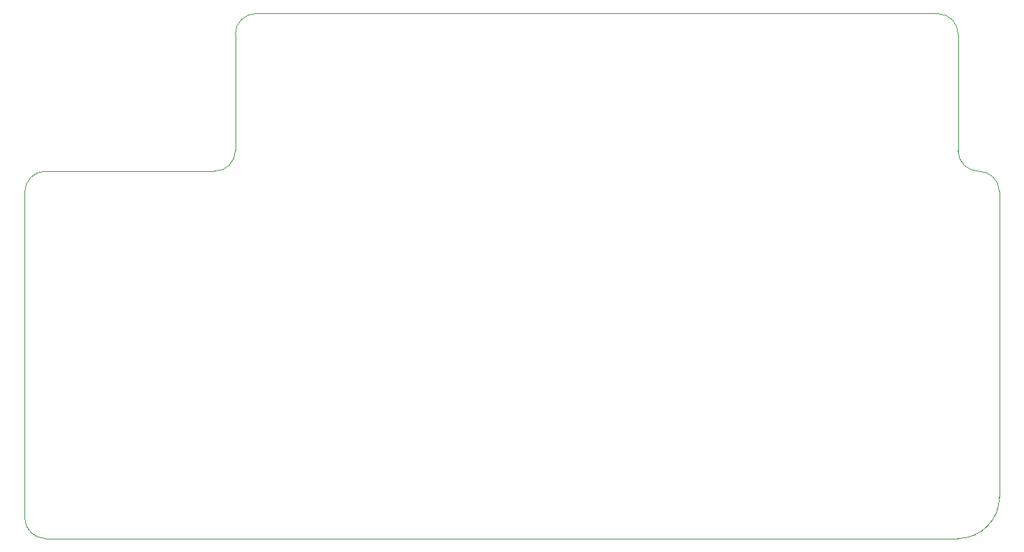
<source format=gm1>
G04 #@! TF.GenerationSoftware,KiCad,Pcbnew,7.0.9*
G04 #@! TF.CreationDate,2023-11-13T15:47:58+00:00*
G04 #@! TF.ProjectId,Nixie-12R-pcb,4e697869-652d-4313-9252-2d7063622e6b,rev?*
G04 #@! TF.SameCoordinates,Original*
G04 #@! TF.FileFunction,Profile,NP*
%FSLAX46Y46*%
G04 Gerber Fmt 4.6, Leading zero omitted, Abs format (unit mm)*
G04 Created by KiCad (PCBNEW 7.0.9) date 2023-11-13 15:47:58*
%MOMM*%
%LPD*%
G01*
G04 APERTURE LIST*
G04 #@! TA.AperFunction,Profile*
%ADD10C,0.100000*%
G04 #@! TD*
G04 APERTURE END LIST*
D10*
X262500082Y-132735533D02*
X262500000Y-169750000D01*
X172435533Y-111150000D02*
X255000000Y-111150000D01*
X146935492Y-130249959D02*
X167464467Y-130250000D01*
X257500000Y-174750000D02*
X146950000Y-174747859D01*
X257500042Y-113635533D02*
G75*
G03*
X255000000Y-111150000I-2485542J33D01*
G01*
X257500059Y-127764467D02*
G75*
G03*
X260000041Y-130249999I2485541J-33D01*
G01*
X262500042Y-132735533D02*
G75*
G03*
X260000041Y-130250000I-2485542J33D01*
G01*
X144449899Y-172262327D02*
G75*
G03*
X146950000Y-174747859I2485601J27D01*
G01*
X144449899Y-172262327D02*
X144449959Y-132750000D01*
X172435533Y-111149959D02*
G75*
G03*
X169950001Y-113650041I67J-2485641D01*
G01*
X146935492Y-130249917D02*
G75*
G03*
X144449959Y-132750000I8J-2485583D01*
G01*
X257500041Y-113635533D02*
X257500000Y-127764467D01*
X257500000Y-174750000D02*
G75*
G03*
X262500000Y-169750000I0J5000000D01*
G01*
X169950000Y-127749959D02*
X169950000Y-113650041D01*
X167464467Y-130250042D02*
G75*
G03*
X169949999Y-127749959I33J2485542D01*
G01*
M02*

</source>
